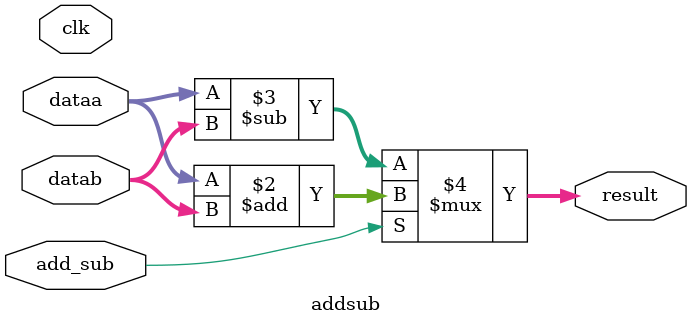
<source format=sv>
module addsub #(parameter dw=8)
(
  input [dw-1:0] dataa,		     // incoming operand
  input [dw-1:0] datab,
  input          add_sub,	     // 1: add; 0: subtract
  input          clk,			 // red herring
  output logic [dw-1:0] result	 // sum or difference
);

// fill in guts        
//add_sub       result
//1             dataa + datab;
//0             dataa - datab;   

assign result = add_sub == 1 ? dataa + datab : dataa - datab;


endmodule

</source>
